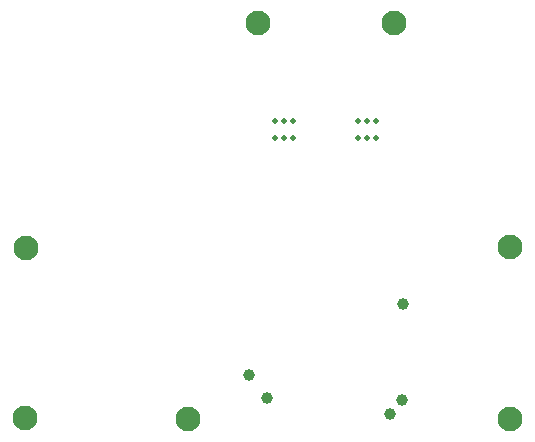
<source format=gbs>
%TF.GenerationSoftware,KiCad,Pcbnew,(6.0.6-0)*%
%TF.CreationDate,2022-06-30T11:52:42+02:00*%
%TF.ProjectId,leo_headphones,6c656f5f-6865-4616-9470-686f6e65732e,rev?*%
%TF.SameCoordinates,Original*%
%TF.FileFunction,Soldermask,Bot*%
%TF.FilePolarity,Negative*%
%FSLAX46Y46*%
G04 Gerber Fmt 4.6, Leading zero omitted, Abs format (unit mm)*
G04 Created by KiCad (PCBNEW (6.0.6-0)) date 2022-06-30 11:52:42*
%MOMM*%
%LPD*%
G01*
G04 APERTURE LIST*
%ADD10C,1.000000*%
%ADD11C,2.100000*%
%ADD12C,0.500000*%
G04 APERTURE END LIST*
D10*
%TO.C,U1*%
X160434147Y-111238923D03*
X160284147Y-119388923D03*
X159284147Y-120588923D03*
X148934147Y-119238923D03*
X147384147Y-117238923D03*
%TD*%
D11*
%TO.C,H1*%
X128524000Y-106527600D03*
%TD*%
%TO.C,H2*%
X128417320Y-120914160D03*
%TD*%
%TO.C,H3*%
X159613600Y-87426800D03*
%TD*%
%TO.C,H4*%
X148107400Y-87426800D03*
%TD*%
%TO.C,H7*%
X169468800Y-106426000D03*
%TD*%
%TO.C,H9*%
X169450000Y-120980000D03*
%TD*%
%TO.C,H10*%
X142199360Y-121000520D03*
%TD*%
D12*
%TO.C,mouse-bite-2mm-slot*%
X158087500Y-95741200D03*
X157337500Y-95741200D03*
X156587500Y-95741200D03*
X157337500Y-97241200D03*
X158087500Y-97241200D03*
X156587500Y-97241200D03*
%TD*%
%TO.C,mouse-bite-2mm-slot*%
X150351300Y-97241400D03*
X151101300Y-97241400D03*
X149601300Y-95741400D03*
X151101300Y-95741400D03*
X149601300Y-97241400D03*
X150351300Y-95741400D03*
%TD*%
M02*

</source>
